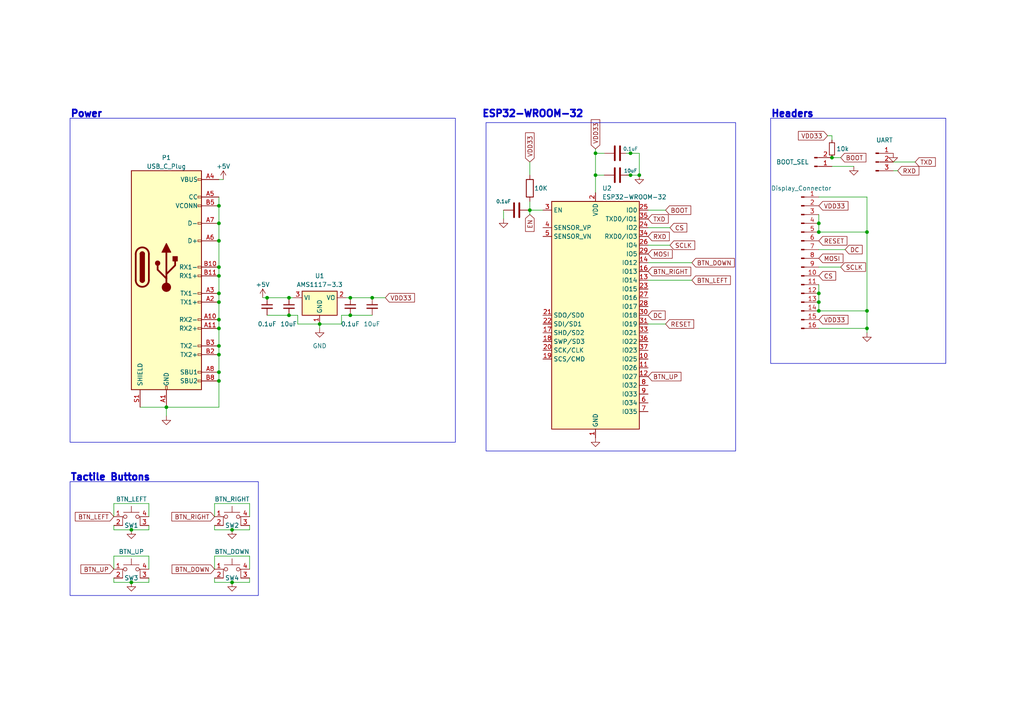
<source format=kicad_sch>
(kicad_sch (version 20230121) (generator eeschema)
  (paper "A4")
  (title_block (title "BigBye") (date "2023-04-27") (rev "v0.0.2") (company "Epoch101"))
  (lib_symbols
    (symbol "Connector:Conn_01x02_Pin" (pin_names (offset 1.016) hide)
      (property "Reference" "J" (at 0 2.54 0))
      (property "Value" "Conn_01x02_Pin" (at 0 -5.08 0))
      (symbol "Conn_01x02_Pin_1_1"
        (polyline (pts (xy 1.27 -2.54) (xy 0.8636 -2.54)) (stroke (width 0.1524)))
        (polyline (pts (xy 1.27 0) (xy 0.8636 0)) (stroke (width 0.1524)))
        (rectangle (start 0.8636 -2.413) (end 0 -2.667) (stroke (width 0.1524)) (fill (type outline)))
        (rectangle (start 0.8636 0.127) (end 0 -0.127) (stroke (width 0.1524)) (fill (type outline)))
        (pin passive line (at 5.08 0 180) (length 3.81) (name "Pin_1") (number "1"))
        (pin passive line (at 5.08 -2.54 180) (length 3.81) (name "Pin_2") (number "2"))
      )
    )
    (symbol "Connector:Conn_01x03_Pin" (pin_names (offset 1.016) hide)
      (property "Reference" "J" (at 0 5.08 0))
      (property "Value" "Conn_01x03_Pin" (at 0 -5.08 0))
      (symbol "Conn_01x03_Pin_1_1"
        (polyline (pts (xy 1.27 -2.54) (xy 0.8636 -2.54)) (stroke (width 0.1524)))
        (polyline (pts (xy 1.27 0) (xy 0.8636 0)) (stroke (width 0.1524)))
        (polyline (pts (xy 1.27 2.54) (xy 0.8636 2.54)) (stroke (width 0.1524)))
        (rectangle (start 0.8636 -2.413) (end 0 -2.667) (stroke (width 0.1524)) (fill (type outline)))
        (rectangle (start 0.8636 0.127) (end 0 -0.127) (stroke (width 0.1524)) (fill (type outline)))
        (rectangle (start 0.8636 2.667) (end 0 2.413) (stroke (width 0.1524)) (fill (type outline)))
        (pin passive line (at 5.08 2.54 180) (length 3.81) (name "Pin_1") (number "1"))
        (pin passive line (at 5.08 0 180) (length 3.81) (name "Pin_2") (number "2"))
        (pin passive line (at 5.08 -2.54 180) (length 3.81) (name "Pin_3") (number "3"))
      )
    )
    (symbol "Connector:Conn_01x16_Pin" (pin_names (offset 1.016) hide)
      (property "Reference" "J" (at 0 20.32 0))
      (property "Value" "Conn_01x16_Pin" (at 0 -22.86 0))
      (symbol "Conn_01x16_Pin_1_1"
        (polyline (pts (xy 1.27 -20.32) (xy 0.8636 -20.32)) (stroke (width 0.1524)))
        (polyline (pts (xy 1.27 -17.78) (xy 0.8636 -17.78)) (stroke (width 0.1524)))
        (polyline (pts (xy 1.27 -15.24) (xy 0.8636 -15.24)) (stroke (width 0.1524)))
        (polyline (pts (xy 1.27 -12.7) (xy 0.8636 -12.7)) (stroke (width 0.1524)))
        (polyline (pts (xy 1.27 -10.16) (xy 0.8636 -10.16)) (stroke (width 0.1524)))
        (polyline (pts (xy 1.27 -7.62) (xy 0.8636 -7.62)) (stroke (width 0.1524)))
        (polyline (pts (xy 1.27 -5.08) (xy 0.8636 -5.08)) (stroke (width 0.1524)))
        (polyline (pts (xy 1.27 -2.54) (xy 0.8636 -2.54)) (stroke (width 0.1524)))
        (polyline (pts (xy 1.27 0) (xy 0.8636 0)) (stroke (width 0.1524)))
        (polyline (pts (xy 1.27 2.54) (xy 0.8636 2.54)) (stroke (width 0.1524)))
        (polyline (pts (xy 1.27 5.08) (xy 0.8636 5.08)) (stroke (width 0.1524)))
        (polyline (pts (xy 1.27 7.62) (xy 0.8636 7.62)) (stroke (width 0.1524)))
        (polyline (pts (xy 1.27 10.16) (xy 0.8636 10.16)) (stroke (width 0.1524)))
        (polyline (pts (xy 1.27 12.7) (xy 0.8636 12.7)) (stroke (width 0.1524)))
        (polyline (pts (xy 1.27 15.24) (xy 0.8636 15.24)) (stroke (width 0.1524)))
        (polyline (pts (xy 1.27 17.78) (xy 0.8636 17.78)) (stroke (width 0.1524)))
        (rectangle (start 0.8636 -20.193) (end 0 -20.447) (stroke (width 0.1524)) (fill (type outline)))
        (rectangle (start 0.8636 -17.653) (end 0 -17.907) (stroke (width 0.1524)) (fill (type outline)))
        (rectangle (start 0.8636 -15.113) (end 0 -15.367) (stroke (width 0.1524)) (fill (type outline)))
        (rectangle (start 0.8636 -12.573) (end 0 -12.827) (stroke (width 0.1524)) (fill (type outline)))
        (rectangle (start 0.8636 -10.033) (end 0 -10.287) (stroke (width 0.1524)) (fill (type outline)))
        (rectangle (start 0.8636 -7.493) (end 0 -7.747) (stroke (width 0.1524)) (fill (type outline)))
        (rectangle (start 0.8636 -4.953) (end 0 -5.207) (stroke (width 0.1524)) (fill (type outline)))
        (rectangle (start 0.8636 -2.413) (end 0 -2.667) (stroke (width 0.1524)) (fill (type outline)))
        (rectangle (start 0.8636 0.127) (end 0 -0.127) (stroke (width 0.1524)) (fill (type outline)))
        (rectangle (start 0.8636 2.667) (end 0 2.413) (stroke (width 0.1524)) (fill (type outline)))
        (rectangle (start 0.8636 5.207) (end 0 4.953) (stroke (width 0.1524)) (fill (type outline)))
        (rectangle (start 0.8636 7.747) (end 0 7.493) (stroke (width 0.1524)) (fill (type outline)))
        (rectangle (start 0.8636 10.287) (end 0 10.033) (stroke (width 0.1524)) (fill (type outline)))
        (rectangle (start 0.8636 12.827) (end 0 12.573) (stroke (width 0.1524)) (fill (type outline)))
        (rectangle (start 0.8636 15.367) (end 0 15.113) (stroke (width 0.1524)) (fill (type outline)))
        (rectangle (start 0.8636 17.907) (end 0 17.653) (stroke (width 0.1524)) (fill (type outline)))
        (pin passive line (at 5.08 17.78 180) (length 3.81) (name "Pin_1") (number "1"))
        (pin passive line (at 5.08 -5.08 180) (length 3.81) (name "Pin_10") (number "10"))
        (pin passive line (at 5.08 -7.62 180) (length 3.81) (name "Pin_11") (number "11"))
        (pin passive line (at 5.08 -10.16 180) (length 3.81) (name "Pin_12") (number "12"))
        (pin passive line (at 5.08 -12.7 180) (length 3.81) (name "Pin_13") (number "13"))
        (pin passive line (at 5.08 -15.24 180) (length 3.81) (name "Pin_14") (number "14"))
        (pin passive line (at 5.08 -17.78 180) (length 3.81) (name "Pin_15") (number "15"))
        (pin passive line (at 5.08 -20.32 180) (length 3.81) (name "Pin_16") (number "16"))
        (pin passive line (at 5.08 15.24 180) (length 3.81) (name "Pin_2") (number "2"))
        (pin passive line (at 5.08 12.7 180) (length 3.81) (name "Pin_3") (number "3"))
        (pin passive line (at 5.08 10.16 180) (length 3.81) (name "Pin_4") (number "4"))
        (pin passive line (at 5.08 7.62 180) (length 3.81) (name "Pin_5") (number "5"))
        (pin passive line (at 5.08 5.08 180) (length 3.81) (name "Pin_6") (number "6"))
        (pin passive line (at 5.08 2.54 180) (length 3.81) (name "Pin_7") (number "7"))
        (pin passive line (at 5.08 0 180) (length 3.81) (name "Pin_8") (number "8"))
        (pin passive line (at 5.08 -2.54 180) (length 3.81) (name "Pin_9") (number "9"))
      )
    )
    (symbol "Connector:USB_C_Plug" (pin_names (offset 1.016))
      (property "Reference" "P" (at -10.16 29.21 0))
      (property "Value" "USB_C_Plug" (at 10.16 29.21 0))
      (symbol "USB_C_Plug_0_0"
        (rectangle (start -0.254 -35.56) (end 0.254 -34.544))
        (rectangle (start 10.16 -32.766) (end 9.144 -33.274))
        (rectangle (start 10.16 -30.226) (end 9.144 -30.734))
        (rectangle (start 10.16 -25.146) (end 9.144 -25.654))
        (rectangle (start 10.16 -22.606) (end 9.144 -23.114))
        (rectangle (start 10.16 -17.526) (end 9.144 -18.034))
        (rectangle (start 10.16 -14.986) (end 9.144 -15.494))
        (rectangle (start 10.16 -9.906) (end 9.144 -10.414))
        (rectangle (start 10.16 -7.366) (end 9.144 -7.874))
        (rectangle (start 10.16 -2.286) (end 9.144 -2.794))
        (rectangle (start 10.16 0.254) (end 9.144 -0.254))
        (rectangle (start 10.16 7.874) (end 9.144 7.366))
        (rectangle (start 10.16 12.954) (end 9.144 12.446))
        (rectangle (start 10.16 18.034) (end 9.144 17.526))
        (rectangle (start 10.16 20.574) (end 9.144 20.066))
        (rectangle (start 10.16 25.654) (end 9.144 25.146))
      )
      (symbol "USB_C_Plug_0_1"
        (rectangle (start -10.16 27.94) (end 10.16 -35.56) (stroke (width 0.254)) (fill (type background)))
        (arc (start -8.89 -3.81) (mid -6.985 -5.7067) (end -5.08 -3.81) (stroke (width 0.508)))
        (arc (start -7.62 -3.81) (mid -6.985 -4.4423) (end -6.35 -3.81) (stroke (width 0.254)))
        (arc (start -7.62 -3.81) (mid -6.985 -4.4423) (end -6.35 -3.81) (stroke (width 0.254)) (fill (type outline)))
        (rectangle (start -7.62 -3.81) (end -6.35 3.81) (stroke (width 0.254)) (fill (type outline)))
        (arc (start -6.35 3.81) (mid -6.985 4.4423) (end -7.62 3.81) (stroke (width 0.254)))
        (arc (start -6.35 3.81) (mid -6.985 4.4423) (end -7.62 3.81) (stroke (width 0.254)) (fill (type outline)))
        (arc (start -5.08 3.81) (mid -6.985 5.7067) (end -8.89 3.81) (stroke (width 0.508)))
        (polyline (pts (xy -8.89 -3.81) (xy -8.89 3.81)) (stroke (width 0.508)))
        (polyline (pts (xy -5.08 3.81) (xy -5.08 -3.81)) (stroke (width 0.508)))
      )
      (symbol "USB_C_Plug_1_1"
        (circle (center -2.54 1.143) (radius 0.635) (stroke (width 0.254)) (fill (type outline)))
        (circle (center 0 -5.842) (radius 1.27) (fill (type outline)))
        (polyline (pts (xy 0 -5.842) (xy 0 4.318)) (stroke (width 0.508)))
        (polyline (pts (xy 0 -3.302) (xy -2.54 -0.762) (xy -2.54 0.508)) (stroke (width 0.508)))
        (polyline (pts (xy 0 -2.032) (xy 2.54 0.508) (xy 2.54 1.778)) (stroke (width 0.508)))
        (polyline (pts (xy -1.27 4.318) (xy 0 6.858) (xy 1.27 4.318) (xy -1.27 4.318)) (stroke (width 0.254)) (fill (type outline)))
        (rectangle (start 1.905 1.778) (end 3.175 3.048) (stroke (width 0.254)) (fill (type outline)))
        (pin passive line (at 0 -40.64 90) (length 5.08) (name "GND") (number "A1"))
        (pin bidirectional line (at 15.24 -15.24 180) (length 5.08) (name "RX2-") (number "A10"))
        (pin bidirectional line (at 15.24 -17.78 180) (length 5.08) (name "RX2+") (number "A11"))
        (pin passive line (at 0 -40.64 90) (length 5.08) hide (name "GND") (number "A12"))
        (pin bidirectional line (at 15.24 -10.16 180) (length 5.08) (name "TX1+") (number "A2"))
        (pin bidirectional line (at 15.24 -7.62 180) (length 5.08) (name "TX1-") (number "A3"))
        (pin passive line (at 15.24 25.4 180) (length 5.08) (name "VBUS") (number "A4"))
        (pin bidirectional line (at 15.24 20.32 180) (length 5.08) (name "CC") (number "A5"))
        (pin bidirectional line (at 15.24 7.62 180) (length 5.08) (name "D+") (number "A6"))
        (pin bidirectional line (at 15.24 12.7 180) (length 5.08) (name "D-") (number "A7"))
        (pin bidirectional line (at 15.24 -30.48 180) (length 5.08) (name "SBU1") (number "A8"))
        (pin passive line (at 15.24 25.4 180) (length 5.08) hide (name "VBUS") (number "A9"))
        (pin passive line (at 0 -40.64 90) (length 5.08) hide (name "GND") (number "B1"))
        (pin bidirectional line (at 15.24 0 180) (length 5.08) (name "RX1-") (number "B10"))
        (pin bidirectional line (at 15.24 -2.54 180) (length 5.08) (name "RX1+") (number "B11"))
        (pin passive line (at 0 -40.64 90) (length 5.08) hide (name "GND") (number "B12"))
        (pin bidirectional line (at 15.24 -25.4 180) (length 5.08) (name "TX2+") (number "B2"))
        (pin bidirectional line (at 15.24 -22.86 180) (length 5.08) (name "TX2-") (number "B3"))
        (pin passive line (at 15.24 25.4 180) (length 5.08) hide (name "VBUS") (number "B4"))
        (pin bidirectional line (at 15.24 17.78 180) (length 5.08) (name "VCONN") (number "B5"))
        (pin bidirectional line (at 15.24 -33.02 180) (length 5.08) (name "SBU2") (number "B8"))
        (pin passive line (at 15.24 25.4 180) (length 5.08) hide (name "VBUS") (number "B9"))
        (pin passive line (at -7.62 -40.64 90) (length 5.08) (name "SHIELD") (number "S1"))
      )
    )
    (symbol "Device:C" (pin_numbers hide) (pin_names (offset 0.254))
      (property "Reference" "C" (at 0.635 2.54 0))
      (property "Value" "C" (at 0.635 -2.54 0))
      (symbol "C_0_1"
        (polyline (pts (xy -2.032 -0.762) (xy 2.032 -0.762)) (stroke (width 0.508)))
        (polyline (pts (xy -2.032 0.762) (xy 2.032 0.762)) (stroke (width 0.508)))
      )
      (symbol "C_1_1"
        (pin passive line (at 0 3.81 270) (length 2.794) (name "~") (number "1"))
        (pin passive line (at 0 -3.81 90) (length 2.794) (name "~") (number "2"))
      )
    )
    (symbol "Device:C_Small" (pin_numbers hide) (pin_names (offset 0.254) hide)
      (property "Reference" "C" (at 0.254 1.778 0))
      (property "Value" "C_Small" (at 0.254 -2.032 0))
      (symbol "C_Small_0_1"
        (polyline (pts (xy -1.524 -0.508) (xy 1.524 -0.508)) (stroke (width 0.3302)))
        (polyline (pts (xy -1.524 0.508) (xy 1.524 0.508)) (stroke (width 0.3048)))
      )
      (symbol "C_Small_1_1"
        (pin passive line (at 0 2.54 270) (length 2.032) (name "~") (number "1"))
        (pin passive line (at 0 -2.54 90) (length 2.032) (name "~") (number "2"))
      )
    )
    (symbol "Device:R" (pin_numbers hide) (pin_names (offset 0))
      (property "Reference" "R" (at 2.032 0 90))
      (property "Value" "R" (at 0 0 90))
      (symbol "R_0_1"
        (rectangle (start -1.016 -2.54) (end 1.016 2.54) (stroke (width 0.254)))
      )
      (symbol "R_1_1"
        (pin passive line (at 0 3.81 270) (length 1.27) (name "~") (number "1"))
        (pin passive line (at 0 -3.81 90) (length 1.27) (name "~") (number "2"))
      )
    )
    (symbol "Device:R_Small" (pin_numbers hide) (pin_names (offset 0.254) hide)
      (property "Reference" "R" (at 0.762 0.508 0))
      (property "Value" "R_Small" (at 0.762 -1.016 0))
      (symbol "R_Small_0_1"
        (rectangle (start -0.762 1.778) (end 0.762 -1.778) (stroke (width 0.2032)))
      )
      (symbol "R_Small_1_1"
        (pin passive line (at 0 2.54 270) (length 0.762) (name "~") (number "1"))
        (pin passive line (at 0 -2.54 90) (length 0.762) (name "~") (number "2"))
      )
    )
    (symbol "RF_Module:ESP32-WROOM-32"
      (property "Reference" "U" (at -12.7 34.29 0))
      (property "Value" "ESP32-WROOM-32" (at 1.27 34.29 0))
      (symbol "ESP32-WROOM-32_0_1"
        (rectangle (start -12.7 33.02) (end 12.7 -33.02) (stroke (width 0.254)) (fill (type background)))
      )
      (symbol "ESP32-WROOM-32_1_1"
        (pin power_in line (at 0 -35.56 90) (length 2.54) (name "GND") (number "1"))
        (pin bidirectional line (at 15.24 -12.7 180) (length 2.54) (name "IO25") (number "10"))
        (pin bidirectional line (at 15.24 -15.24 180) (length 2.54) (name "IO26") (number "11"))
        (pin bidirectional line (at 15.24 -17.78 180) (length 2.54) (name "IO27") (number "12"))
        (pin bidirectional line (at 15.24 10.16 180) (length 2.54) (name "IO14") (number "13"))
        (pin bidirectional line (at 15.24 15.24 180) (length 2.54) (name "IO12") (number "14"))
        (pin passive line (at 0 -35.56 90) (length 2.54) hide (name "GND") (number "15"))
        (pin bidirectional line (at 15.24 12.7 180) (length 2.54) (name "IO13") (number "16"))
        (pin bidirectional line (at -15.24 -5.08 0) (length 2.54) (name "SHD/SD2") (number "17"))
        (pin bidirectional line (at -15.24 -7.62 0) (length 2.54) (name "SWP/SD3") (number "18"))
        (pin bidirectional line (at -15.24 -12.7 0) (length 2.54) (name "SCS/CMD") (number "19"))
        (pin power_in line (at 0 35.56 270) (length 2.54) (name "VDD") (number "2"))
        (pin bidirectional line (at -15.24 -10.16 0) (length 2.54) (name "SCK/CLK") (number "20"))
        (pin bidirectional line (at -15.24 0 0) (length 2.54) (name "SDO/SD0") (number "21"))
        (pin bidirectional line (at -15.24 -2.54 0) (length 2.54) (name "SDI/SD1") (number "22"))
        (pin bidirectional line (at 15.24 7.62 180) (length 2.54) (name "IO15") (number "23"))
        (pin bidirectional line (at 15.24 25.4 180) (length 2.54) (name "IO2") (number "24"))
        (pin bidirectional line (at 15.24 30.48 180) (length 2.54) (name "IO0") (number "25"))
        (pin bidirectional line (at 15.24 20.32 180) (length 2.54) (name "IO4") (number "26"))
        (pin bidirectional line (at 15.24 5.08 180) (length 2.54) (name "IO16") (number "27"))
        (pin bidirectional line (at 15.24 2.54 180) (length 2.54) (name "IO17") (number "28"))
        (pin bidirectional line (at 15.24 17.78 180) (length 2.54) (name "IO5") (number "29"))
        (pin input line (at -15.24 30.48 0) (length 2.54) (name "EN") (number "3"))
        (pin bidirectional line (at 15.24 0 180) (length 2.54) (name "IO18") (number "30"))
        (pin bidirectional line (at 15.24 -2.54 180) (length 2.54) (name "IO19") (number "31"))
        (pin no_connect line (at -12.7 -27.94 0) (length 2.54) hide (name "NC") (number "32"))
        (pin bidirectional line (at 15.24 -5.08 180) (length 2.54) (name "IO21") (number "33"))
        (pin bidirectional line (at 15.24 22.86 180) (length 2.54) (name "RXD0/IO3") (number "34"))
        (pin bidirectional line (at 15.24 27.94 180) (length 2.54) (name "TXD0/IO1") (number "35"))
        (pin bidirectional line (at 15.24 -7.62 180) (length 2.54) (name "IO22") (number "36"))
        (pin bidirectional line (at 15.24 -10.16 180) (length 2.54) (name "IO23") (number "37"))
        (pin passive line (at 0 -35.56 90) (length 2.54) hide (name "GND") (number "38"))
        (pin passive line (at 0 -35.56 90) (length 2.54) hide (name "GND") (number "39"))
        (pin input line (at -15.24 25.4 0) (length 2.54) (name "SENSOR_VP") (number "4"))
        (pin input line (at -15.24 22.86 0) (length 2.54) (name "SENSOR_VN") (number "5"))
        (pin input line (at 15.24 -25.4 180) (length 2.54) (name "IO34") (number "6"))
        (pin input line (at 15.24 -27.94 180) (length 2.54) (name "IO35") (number "7"))
        (pin bidirectional line (at 15.24 -20.32 180) (length 2.54) (name "IO32") (number "8"))
        (pin bidirectional line (at 15.24 -22.86 180) (length 2.54) (name "IO33") (number "9"))
      )
    )
    (symbol "Regulator_Linear:AMS1117-3.3"
      (property "Reference" "U" (at -3.81 3.175 0))
      (property "Value" "AMS1117-3.3" (at 0 3.175 0))
      (symbol "AMS1117-3.3_0_1"
        (rectangle (start -5.08 -5.08) (end 5.08 1.905) (stroke (width 0.254)) (fill (type background)))
      )
      (symbol "AMS1117-3.3_1_1"
        (pin power_in line (at 0 -7.62 90) (length 2.54) (name "GND") (number "1"))
        (pin power_out line (at 7.62 0 180) (length 2.54) (name "VO") (number "2"))
        (pin power_in line (at -7.62 0 0) (length 2.54) (name "VI") (number "3"))
      )
    )
    (symbol "Switch:SW_MEC_5E" (pin_names (offset 1.016) hide)
      (property "Reference" "SW" (at 0.635 5.715 0))
      (property "Value" "SW_MEC_5E" (at 0 -3.175 0))
      (symbol "SW_MEC_5E_0_1"
        (circle (center -1.778 2.54) (radius 0.508))
        (polyline (pts (xy -2.286 3.81) (xy 2.286 3.81)))
        (polyline (pts (xy 0 3.81) (xy 0 5.588)))
        (polyline (pts (xy -2.54 0) (xy -2.54 2.54) (xy -2.286 2.54)))
        (polyline (pts (xy 2.54 0) (xy 2.54 2.54) (xy 2.286 2.54)))
        (circle (center 1.778 2.54) (radius 0.508))
        (pin passive line (at -5.08 2.54 0) (length 2.54) (name "1") (number "1"))
        (pin passive line (at -5.08 0 0) (length 2.54) (name "2") (number "2"))
        (pin passive line (at 5.08 0 180) (length 2.54) (name "K") (number "3"))
        (pin passive line (at 5.08 2.54 180) (length 2.54) (name "A") (number "4"))
      )
    )
    (symbol "power:+5V" (power) (pin_names (offset 0))
      (property "Value" "+5V" (at 0 3.556 0))
      (symbol "+5V_0_1"
        (polyline (pts (xy -0.762 1.27) (xy 0 2.54)))
        (polyline (pts (xy 0 0) (xy 0 2.54)))
        (polyline (pts (xy 0 2.54) (xy 0.762 1.27)))
      )
      (symbol "+5V_1_1"
        (pin power_in line (at 0 0 90) (length 0) hide (name "+5V") (number "1"))
      )
    )
    (symbol "power:GND" (power) (pin_names (offset 0))
      (property "Value" "GND" (at 0 -3.81 0))
      (symbol "GND_0_1"
        (polyline (pts (xy 0 0) (xy 0 -1.27) (xy 1.27 -1.27) (xy 0 -2.54) (xy -1.27 -1.27) (xy 0 -1.27)))
      )
      (symbol "GND_1_1"
        (pin power_in line (at 0 0 270) (length 0) hide (name "GND") (number "1"))
      )
    )
  )
  (junction (at 172.72 50.8))
  (junction (at 251.46 95.25))
  (junction (at 185.42 50.8))
  (junction (at 63.5 80.01))
  (junction (at 63.5 107.95))
  (junction (at 241.3 45.72))
  (junction (at 63.5 64.77))
  (junction (at 48.26 118.11))
  (junction (at 63.5 69.85))
  (junction (at 107.95 86.36))
  (junction (at 63.5 102.87))
  (junction (at 153.67 60.96))
  (junction (at 101.6 91.44))
  (junction (at 38.1 168.91))
  (junction (at 38.1 153.67))
  (junction (at 251.46 90.17))
  (junction (at 251.46 67.31))
  (junction (at 77.47 86.36))
  (junction (at 83.82 86.36))
  (junction (at 101.6 86.36))
  (junction (at 67.31 153.67))
  (junction (at 182.88 44.45))
  (junction (at 237.49 85.09))
  (junction (at 63.5 92.71))
  (junction (at 172.72 44.45))
  (junction (at 237.49 90.17))
  (junction (at 63.5 87.63))
  (junction (at 63.5 77.47))
  (junction (at 182.88 50.8))
  (junction (at 63.5 100.33))
  (junction (at 63.5 85.09))
  (junction (at 63.5 59.69))
  (junction (at 83.82 91.44))
  (junction (at 237.49 87.63))
  (junction (at 67.31 168.91))
  (junction (at 63.5 95.25))
  (junction (at 237.49 67.31))
  (junction (at 92.71 93.98))
  (junction (at 237.49 64.77))
  (junction (at 63.5 110.49))
  (wire (pts (xy 101.6 86.36) (xy 107.95 86.36)))
  (wire (pts (xy 63.5 102.87) (xy 63.5 107.95)))
  (wire (pts (xy 63.5 59.69) (xy 63.5 64.77)))
  (wire (pts (xy 48.26 118.11) (xy 48.26 120.65)))
  (wire (pts (xy 181.61 44.45) (xy 182.88 44.45)))
  (wire (pts (xy 63.5 118.11) (xy 63.5 110.49)))
  (wire (pts (xy 48.26 118.11) (xy 63.5 118.11)))
  (wire (pts (xy 83.82 86.36) (xy 85.09 86.36)))
  (wire (pts (xy 62.23 153.67) (xy 67.31 153.67)))
  (wire (pts (xy 240.03 39.37) (xy 241.3 39.37)))
  (wire (pts (xy 43.18 161.29) (xy 33.02 161.29)))
  (wire (pts (xy 72.39 167.64) (xy 72.39 168.91)))
  (wire (pts (xy 40.64 118.11) (xy 48.26 118.11)))
  (wire (pts (xy 62.23 168.91) (xy 67.31 168.91)))
  (wire (pts (xy 43.18 146.05) (xy 33.02 146.05)))
  (wire (pts (xy 237.49 77.47) (xy 243.84 77.47)))
  (wire (pts (xy 33.02 161.29) (xy 33.02 165.1)))
  (wire (pts (xy 86.36 91.44) (xy 86.36 93.98)))
  (wire (pts (xy 72.39 152.4) (xy 72.39 153.67)))
  (wire (pts (xy 83.82 91.44) (xy 86.36 91.44)))
  (wire (pts (xy 33.02 167.64) (xy 33.02 168.91)))
  (wire (pts (xy 63.5 77.47) (xy 63.5 80.01)))
  (wire (pts (xy 101.6 91.44) (xy 107.95 91.44)))
  (wire (pts (xy 182.88 44.45) (xy 185.42 44.45)))
  (wire (pts (xy 38.1 168.91) (xy 43.18 168.91)))
  (wire (pts (xy 241.3 39.37) (xy 241.3 40.64)))
  (wire (pts (xy 153.67 46.99) (xy 153.67 50.8)))
  (wire (pts (xy 33.02 152.4) (xy 33.02 153.67)))
  (wire (pts (xy 237.49 90.17) (xy 251.46 90.17)))
  (wire (pts (xy 63.5 57.15) (xy 63.5 59.69)))
  (wire (pts (xy 153.67 60.96) (xy 157.48 60.96)))
  (wire (pts (xy 76.2 86.36) (xy 77.47 86.36)))
  (wire (pts (xy 63.5 87.63) (xy 63.5 92.71)))
  (wire (pts (xy 77.47 86.36) (xy 83.82 86.36)))
  (wire (pts (xy 33.02 146.05) (xy 33.02 149.86)))
  (wire (pts (xy 153.67 62.23) (xy 153.67 60.96)))
  (wire (pts (xy 251.46 95.25) (xy 251.46 96.52)))
  (wire (pts (xy 62.23 161.29) (xy 62.23 165.1)))
  (wire (pts (xy 72.39 161.29) (xy 62.23 161.29)))
  (wire (pts (xy 243.84 45.72) (xy 241.3 45.72)))
  (wire (pts (xy 259.08 46.99) (xy 265.43 46.99)))
  (wire (pts (xy 146.05 60.96) (xy 146.05 63.5)))
  (wire (pts (xy 64.77 52.07) (xy 63.5 52.07)))
  (wire (pts (xy 63.5 100.33) (xy 63.5 102.87)))
  (wire (pts (xy 63.5 80.01) (xy 63.5 85.09)))
  (wire (pts (xy 172.72 44.45) (xy 172.72 50.8)))
  (wire (pts (xy 107.95 86.36) (xy 111.76 86.36)))
  (wire (pts (xy 63.5 85.09) (xy 63.5 87.63)))
  (wire (pts (xy 172.72 50.8) (xy 172.72 55.88)))
  (wire (pts (xy 187.96 81.28) (xy 200.66 81.28)))
  (wire (pts (xy 72.39 165.1) (xy 72.39 161.29)))
  (wire (pts (xy 172.72 43.18) (xy 172.72 44.45)))
  (wire (pts (xy 172.72 50.8) (xy 175.26 50.8)))
  (wire (pts (xy 237.49 64.77) (xy 237.49 67.31)))
  (wire (pts (xy 181.61 50.8) (xy 182.88 50.8)))
  (wire (pts (xy 43.18 152.4) (xy 43.18 153.67)))
  (wire (pts (xy 241.3 48.26) (xy 247.65 48.26)))
  (wire (pts (xy 251.46 67.31) (xy 251.46 90.17)))
  (wire (pts (xy 63.5 64.77) (xy 63.5 69.85)))
  (wire (pts (xy 33.02 153.67) (xy 38.1 153.67)))
  (wire (pts (xy 86.36 93.98) (xy 92.71 93.98)))
  (wire (pts (xy 62.23 152.4) (xy 62.23 153.67)))
  (wire (pts (xy 187.96 71.12) (xy 194.31 71.12)))
  (wire (pts (xy 43.18 149.86) (xy 43.18 146.05)))
  (wire (pts (xy 62.23 146.05) (xy 62.23 149.86)))
  (wire (pts (xy 237.49 62.23) (xy 237.49 64.77)))
  (wire (pts (xy 99.06 91.44) (xy 99.06 93.98)))
  (wire (pts (xy 43.18 165.1) (xy 43.18 161.29)))
  (wire (pts (xy 72.39 153.67) (xy 67.31 153.67)))
  (wire (pts (xy 101.6 91.44) (xy 99.06 91.44)))
  (wire (pts (xy 182.88 50.8) (xy 185.42 50.8)))
  (wire (pts (xy 33.02 168.91) (xy 38.1 168.91)))
  (wire (pts (xy 72.39 146.05) (xy 62.23 146.05)))
  (wire (pts (xy 237.49 85.09) (xy 237.49 87.63)))
  (wire (pts (xy 63.5 92.71) (xy 63.5 95.25)))
  (wire (pts (xy 63.5 69.85) (xy 63.5 77.47)))
  (wire (pts (xy 187.96 93.98) (xy 193.04 93.98)))
  (wire (pts (xy 251.46 90.17) (xy 251.46 95.25)))
  (wire (pts (xy 92.71 93.98) (xy 99.06 93.98)))
  (wire (pts (xy 100.33 86.36) (xy 101.6 86.36)))
  (wire (pts (xy 259.08 49.53) (xy 260.35 49.53)))
  (wire (pts (xy 92.71 95.25) (xy 92.71 93.98)))
  (wire (pts (xy 237.49 95.25) (xy 251.46 95.25)))
  (wire (pts (xy 237.49 67.31) (xy 251.46 67.31)))
  (wire (pts (xy 63.5 95.25) (xy 63.5 100.33)))
  (wire (pts (xy 200.66 76.2) (xy 187.96 76.2)))
  (wire (pts (xy 187.96 60.96) (xy 193.04 60.96)))
  (wire (pts (xy 153.67 58.42) (xy 153.67 60.96)))
  (wire (pts (xy 175.26 44.45) (xy 172.72 44.45)))
  (wire (pts (xy 251.46 57.15) (xy 251.46 67.31)))
  (wire (pts (xy 43.18 167.64) (xy 43.18 168.91)))
  (wire (pts (xy 187.96 66.04) (xy 194.31 66.04)))
  (wire (pts (xy 63.5 107.95) (xy 63.5 110.49)))
  (wire (pts (xy 77.47 91.44) (xy 83.82 91.44)))
  (wire (pts (xy 237.49 87.63) (xy 237.49 90.17)))
  (wire (pts (xy 67.31 168.91) (xy 72.39 168.91)))
  (wire (pts (xy 38.1 153.67) (xy 43.18 153.67)))
  (wire (pts (xy 237.49 72.39) (xy 245.11 72.39)))
  (wire (pts (xy 237.49 82.55) (xy 237.49 85.09)))
  (wire (pts (xy 185.42 44.45) (xy 185.42 50.8)))
  (wire (pts (xy 62.23 167.64) (xy 62.23 168.91)))
  (wire (pts (xy 237.49 57.15) (xy 251.46 57.15)))
  (wire (pts (xy 72.39 149.86) (xy 72.39 146.05)))
  (rectangle (start 20.32 34.29) (end 132.08 128.27))
  (rectangle (start 140.97 35.56) (end 213.36 130.81))
  (rectangle (start 20.32 139.7) (end 74.93 172.72))
  (rectangle (start 223.52 34.29) (end 274.32 105.41))
  (text "Tactile Buttons" (at 20.32 139.7 0) (effects (font (size 2 2) (thickness 0.8) bold) (justify left bottom)))
  (text "Power" (at 20.32 34.29 0) (effects (font (size 2 2) (thickness 0.8) bold) (justify left bottom)))
  (text "Headers" (at 223.52 34.29 0) (effects (font (size 2 2) (thickness 0.8) bold) (justify left bottom)))
  (text "ESP32-WROOM-32" (at 139.7 34.29 0) (effects (font (size 2 2) (thickness 0.8) bold) (justify left bottom)))
  (global_label "VDD33" (shape input) (at 237.49 92.71 0) (property "Intersheetrefs" "${INTERSHEET_REFS}" (effects hide)))
  (global_label "VDD33" (shape input) (at 111.76 86.36 0) (property "Intersheetrefs" "${INTERSHEET_REFS}" (effects hide)))
  (global_label "BTN_RIGHT" (shape input) (at 62.23 149.86 180) (property "Intersheetrefs" "${INTERSHEET_REFS}" (effects hide)))
  (global_label "MOSI" (shape input) (at 237.49 74.93 0) (property "Intersheetrefs" "${INTERSHEET_REFS}" (effects hide)))
  (global_label "SCLK" (shape input) (at 243.84 77.47 0) (property "Intersheetrefs" "${INTERSHEET_REFS}" (effects hide)))
  (global_label "SCLK" (shape input) (at 194.31 71.12 0) (property "Intersheetrefs" "${INTERSHEET_REFS}" (effects hide)))
  (global_label "VDD33" (shape input) (at 240.03 39.37 180) (property "Intersheetrefs" "${INTERSHEET_REFS}" (effects hide)))
  (global_label "RXD" (shape input) (at 187.96 68.58 0) (property "Intersheetrefs" "${INTERSHEET_REFS}" (effects hide)))
  (global_label "CS" (shape input) (at 237.49 80.01 0) (property "Intersheetrefs" "${INTERSHEET_REFS}" (effects hide)))
  (global_label "MOSI" (shape input) (at 187.96 73.66 0) (property "Intersheetrefs" "${INTERSHEET_REFS}" (effects hide)))
  (global_label "VDD33" (shape input) (at 153.67 46.99 90) (property "Intersheetrefs" "${INTERSHEET_REFS}" (effects hide)))
  (global_label "BTN_DOWN" (shape input) (at 62.23 165.1 180) (property "Intersheetrefs" "${INTERSHEET_REFS}" (effects hide)))
  (global_label "CS" (shape input) (at 194.31 66.04 0) (property "Intersheetrefs" "${INTERSHEET_REFS}" (effects hide)))
  (global_label "BTN_LEFT" (shape input) (at 200.66 81.28 0) (property "Intersheetrefs" "${INTERSHEET_REFS}" (effects hide)))
  (global_label "VDD33" (shape input) (at 237.49 59.69 0) (property "Intersheetrefs" "${INTERSHEET_REFS}" (effects hide)))
  (global_label "BTN_DOWN" (shape input) (at 200.66 76.2 0) (property "Intersheetrefs" "${INTERSHEET_REFS}" (effects hide)))
  (global_label "RESET" (shape input) (at 193.04 93.98 0) (property "Intersheetrefs" "${INTERSHEET_REFS}" (effects hide)))
  (global_label "BTN_LEFT" (shape input) (at 33.02 149.86 180) (property "Intersheetrefs" "${INTERSHEET_REFS}" (effects hide)))
  (global_label "DC" (shape input) (at 245.11 72.39 0) (property "Intersheetrefs" "${INTERSHEET_REFS}" (effects hide)))
  (global_label "DC" (shape input) (at 187.96 91.44 0) (property "Intersheetrefs" "${INTERSHEET_REFS}" (effects hide)))
  (global_label "BTN_RIGHT" (shape input) (at 187.96 78.74 0) (property "Intersheetrefs" "${INTERSHEET_REFS}" (effects hide)))
  (global_label "VDD33" (shape input) (at 172.72 43.18 90) (property "Intersheetrefs" "${INTERSHEET_REFS}" (effects hide)))
  (global_label "BTN_UP" (shape input) (at 187.96 109.22 0) (property "Intersheetrefs" "${INTERSHEET_REFS}" (effects hide)))
  (global_label "RESET" (shape input) (at 237.49 69.85 0) (property "Intersheetrefs" "${INTERSHEET_REFS}" (effects hide)))
  (global_label "EN" (shape input) (at 153.67 62.23 270) (property "Intersheetrefs" "${INTERSHEET_REFS}" (effects hide)))
  (global_label "BOOT" (shape input) (at 243.84 45.72 0) (property "Intersheetrefs" "${INTERSHEET_REFS}" (effects hide)))
  (global_label "TXD" (shape input) (at 187.96 63.5 0) (property "Intersheetrefs" "${INTERSHEET_REFS}" (effects hide)))
  (global_label "TXD" (shape input) (at 265.43 46.99 0) (property "Intersheetrefs" "${INTERSHEET_REFS}" (effects hide)))
  (global_label "RXD" (shape input) (at 260.35 49.53 0) (property "Intersheetrefs" "${INTERSHEET_REFS}" (effects hide)))
  (global_label "BOOT" (shape input) (at 193.04 60.96 0) (property "Intersheetrefs" "${INTERSHEET_REFS}" (effects hide)))
  (global_label "BTN_UP" (shape input) (at 33.02 165.1 180) (property "Intersheetrefs" "${INTERSHEET_REFS}" (effects hide)))
  (symbol (lib_id "power:GND") (at 67.31 153.67 0) (unit 1)
    (property "Reference" "#PWR014" (effects hide))
    (property "Value" "GND" (effects hide))
  )
  (symbol (lib_id "power:GND") (at 146.05 63.5 0) (unit 1)
    (property "Reference" "#PWR05" (effects hide))
    (property "Value" "GND" (effects hide))
  )
  (symbol (lib_id "Device:C") (at 179.07 44.45 90) (unit 1)
    (property "Reference" "C2" (effects hide))
    (property "Value" "0.1uF" (at 182.88 43.18 90) (effects (font (size 1 1))))
    (property "Footprint" "Capacitor_SMD:C_0805_2012Metric" (effects hide))
  )
  (symbol (lib_id "power:GND") (at 251.46 96.52 0) (unit 1)
    (property "Reference" "#PWR011" (effects hide))
    (property "Value" "GND" (effects hide))
  )
  (symbol (lib_id "Device:C_Small") (at 83.82 88.9 0) (unit 1)
    (property "Reference" "C5" (effects hide))
    (property "Value" "10uF" (at 81.28 93.98 0) (effects (justify left)))
    (property "Footprint" "Capacitor_SMD:C_0805_2012Metric" (effects hide))
  )
  (symbol (lib_id "Device:R_Small") (at 241.3 43.18 0) (unit 1)
    (property "Reference" "R2" (effects hide))
    (property "Value" "10k" (at 242.57 43.18 0) (effects (justify left)))
    (property "Footprint" "Resistor_SMD:R_0805_2012Metric" (effects hide))
  )
  (symbol (lib_id "Connector:Conn_01x16_Pin") (at 232.41 74.93 0) (unit 1)
    (property "Reference" "J3" (effects hide))
    (property "Value" "Display_Connector" (at 232.41 54.61 0))
    (property "Footprint" "Connector_PinSocket_2.54mm:PinSocket_1x16_P2.54mm_Vertical" (effects hide))
  )
  (symbol (lib_id "Switch:SW_MEC_5E") (at 38.1 152.4 0) (unit 1)
    (property "Reference" "SW1" (at 38.1 152.4 0))
    (property "Value" "BTN_LEFT" (at 38.1 144.78 0))
    (property "Footprint" "Button_Switch_THT:SW_TH_Tactile_Omron_B3F-10xx" (effects hide))
    (property "Datasheet" "http://www.apem.com/int/index.php?controller=attachment&id_attachment=1371" (effects hide))
  )
  (symbol (lib_id "power:GND") (at 38.1 168.91 0) (unit 1)
    (property "Reference" "#PWR012" (effects hide))
    (property "Value" "GND" (effects hide))
  )
  (symbol (lib_id "Switch:SW_MEC_5E") (at 67.31 152.4 0) (unit 1)
    (property "Reference" "SW2" (at 67.31 152.4 0))
    (property "Value" "BTN_RIGHT" (at 67.31 144.78 0))
    (property "Footprint" "Button_Switch_THT:SW_TH_Tactile_Omron_B3F-10xx" (effects hide))
    (property "Datasheet" "http://www.apem.com/int/index.php?controller=attachment&id_attachment=1371" (effects hide))
  )
  (symbol (lib_id "power:GND") (at 67.31 168.91 0) (unit 1)
    (property "Reference" "#PWR015" (effects hide))
    (property "Value" "GND" (effects hide))
  )
  (symbol (lib_id "Device:C") (at 179.07 50.8 90) (unit 1)
    (property "Reference" "C1" (effects hide))
    (property "Value" "10uF" (at 182.88 49.53 90) (effects (font (size 1 1))))
    (property "Footprint" "Capacitor_SMD:C_0805_2012Metric" (effects hide))
  )
  (symbol (lib_id "Device:R") (at 153.67 54.61 180) (unit 1)
    (property "Reference" "R1" (effects hide))
    (property "Value" "10K" (at 154.94 54.61 0) (effects (justify right)))
    (property "Footprint" "Resistor_SMD:R_0805_2012Metric" (effects hide))
  )
  (symbol (lib_id "power:GND") (at 92.71 95.25 0) (unit 1)
    (property "Reference" "#PWR02" (effects hide))
    (property "Value" "GND" (at 92.71 100.33 0))
  )
  (symbol (lib_id "power:GND") (at 48.26 120.65 0) (unit 1)
    (property "Reference" "#PWR01" (effects hide))
    (property "Value" "GND" (effects hide))
  )
  (symbol (lib_id "RF_Module:ESP32-WROOM-32") (at 172.72 91.44 0) (unit 1)
    (property "Reference" "U2" (at 174.6759 54.61 0) (effects (justify left)))
    (property "Value" "ESP32-WROOM-32" (at 174.6759 57.15 0) (effects (justify left)))
    (property "Footprint" "RF_Module:ESP32-WROOM-32" (effects hide))
    (property "Datasheet" "https://www.espressif.com/sites/default/files/documentation/esp32-wroom-32_datasheet_en.pdf" (effects hide))
  )
  (symbol (lib_id "power:GND") (at 259.08 44.45 0) (unit 1)
    (property "Reference" "#PWR06" (effects hide))
    (property "Value" "GND" (effects hide))
  )
  (symbol (lib_id "Device:C_Small") (at 77.47 88.9 0) (unit 1)
    (property "Reference" "C4" (effects hide))
    (property "Value" "0.1uF" (at 77.47 93.98 0))
    (property "Footprint" "Capacitor_SMD:C_0805_2012Metric" (effects hide))
  )
  (symbol (lib_id "Switch:SW_MEC_5E") (at 67.31 167.64 0) (unit 1)
    (property "Reference" "SW4" (at 67.31 167.64 0))
    (property "Value" "BTN_DOWN" (at 67.31 160.02 0))
    (property "Footprint" "Button_Switch_THT:SW_TH_Tactile_Omron_B3F-10xx" (effects hide))
    (property "Datasheet" "http://www.apem.com/int/index.php?controller=attachment&id_attachment=1371" (effects hide))
  )
  (symbol (lib_id "power:+5V") (at 64.77 52.07 0) (unit 1)
    (property "Reference" "#PWR09" (effects hide))
    (property "Value" "+5V" (at 64.77 48.26 0))
  )
  (symbol (lib_id "Switch:SW_MEC_5E") (at 38.1 167.64 0) (unit 1)
    (property "Reference" "SW3" (at 38.1 167.64 0))
    (property "Value" "BTN_UP" (at 38.1 160.02 0))
    (property "Footprint" "Button_Switch_THT:SW_TH_Tactile_Omron_B3F-10xx" (effects hide))
    (property "Datasheet" "http://www.apem.com/int/index.php?controller=attachment&id_attachment=1371" (effects hide))
  )
  (symbol (lib_id "Connector:Conn_01x02_Pin") (at 236.22 48.26 0) (mirror x) (unit 1)
    (property "Reference" "J2" (effects hide))
    (property "Value" "BOOT_SEL" (at 229.87 46.99 0))
    (property "Footprint" "Connector_PinHeader_2.54mm:PinHeader_1x02_P2.54mm_Vertical" (effects hide))
  )
  (symbol (lib_id "Regulator_Linear:AMS1117-3.3") (at 92.71 86.36 0) (unit 1)
    (property "Reference" "U1" (at 92.71 80.01 0))
    (property "Value" "AMS1117-3.3" (at 92.71 82.55 0))
    (property "Footprint" "Package_TO_SOT_SMD:SOT-223-3_TabPin2" (effects hide))
    (property "Datasheet" "http://www.advanced-monolithic.com/pdf/ds1117.pdf" (effects hide))
  )
  (symbol (lib_id "power:GND") (at 38.1 153.67 0) (unit 1)
    (property "Reference" "#PWR013" (effects hide))
    (property "Value" "GND" (effects hide))
  )
  (symbol (lib_id "power:GND") (at 172.72 127 0) (unit 1)
    (property "Reference" "#PWR03" (effects hide))
    (property "Value" "GND" (effects hide))
  )
  (symbol (lib_id "power:GND") (at 247.65 48.26 0) (unit 1)
    (property "Reference" "#PWR08" (effects hide))
    (property "Value" "GND" (effects hide))
  )
  (symbol (lib_id "Device:C") (at 149.86 60.96 90) (unit 1)
    (property "Reference" "C3" (effects hide))
    (property "Value" "0.1uF" (at 146.05 58.42 90) (effects (font (size 1 1))))
    (property "Footprint" "Capacitor_SMD:C_0805_2012Metric" (effects hide))
  )
  (symbol (lib_id "Connector:USB_C_Plug") (at 48.26 77.47 0) (unit 1)
    (property "Reference" "P1" (at 48.26 45.72 0))
    (property "Value" "USB_C_Plug" (at 48.26 48.26 0))
    (property "Footprint" "Connector_USB:USB_C_Receptacle_HRO_TYPE-C-31-M-12" (effects hide))
    (property "Datasheet" "https://www.usb.org/sites/default/files/documents/usb_type-c.zip" (effects hide))
  )
  (symbol (lib_id "Device:C_Small") (at 107.95 88.9 0) (unit 1)
    (property "Reference" "C7" (effects hide))
    (property "Value" "10uF" (at 105.41 93.98 0) (effects (justify left)))
    (property "Footprint" "Capacitor_SMD:C_0805_2012Metric" (effects hide))
  )
  (symbol (lib_id "Device:C_Small") (at 101.6 88.9 0) (unit 1)
    (property "Reference" "C6" (effects hide))
    (property "Value" "0.1uF" (at 101.6 93.98 0))
    (property "Footprint" "Capacitor_SMD:C_0805_2012Metric" (effects hide))
  )
  (symbol (lib_id "Connector:Conn_01x03_Pin") (at 254 46.99 0) (unit 1)
    (property "Reference" "J1" (effects hide))
    (property "Value" "UART" (at 256.54 40.64 0))
    (property "Footprint" "Connector_PinHeader_2.54mm:PinHeader_1x03_P2.54mm_Vertical" (effects hide))
  )
  (symbol (lib_id "power:+5V") (at 76.2 86.36 0) (unit 1)
    (property "Reference" "#PWR010" (effects hide))
    (property "Value" "+5V" (at 76.2 82.55 0))
  )
  (symbol (lib_id "power:GND") (at 185.42 50.8 0) (unit 1)
    (property "Reference" "#PWR04" (effects hide))
    (property "Value" "GND" (effects hide))
  )
)
</source>
